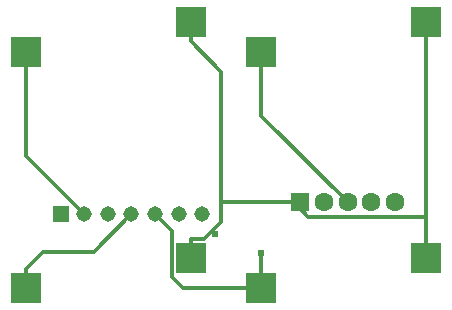
<source format=gbl>
G04 Layer: BottomLayer*
G04 EasyEDA v6.5.47, 2024-10-10 17:33:07*
G04 1afe02ac590648b8963bdaa5cf7a1cf7,02b1cd47abf14eeea88f237cf3128960,10*
G04 Gerber Generator version 0.2*
G04 Scale: 100 percent, Rotated: No, Reflected: No *
G04 Dimensions in millimeters *
G04 leading zeros omitted , absolute positions ,4 integer and 5 decimal *
%FSLAX45Y45*%
%MOMM*%

%AMMACRO1*21,1,$1,$2,0,0,$3*%
%ADD10C,0.3000*%
%ADD11R,2.5500X2.5000*%
%ADD12MACRO1,1.3081X1.3081X-90.0000*%
%ADD13C,1.3081*%
%ADD14MACRO1,1.6X1.6X-90.0000*%
%ADD15C,1.6000*%
%ADD16C,0.6100*%

%LPD*%
D10*
X2423769Y14336110D02*
G01*
X2449093Y14310786D01*
X2247900Y14269714D02*
G01*
X2357374Y14269714D01*
X2423769Y14336110D01*
X2423769Y14336110D02*
G01*
X2505075Y14417415D01*
X2505075Y14579594D01*
X2247900Y14109669D02*
G01*
X2247900Y14269714D01*
X2505075Y14579594D02*
G01*
X2505075Y15686349D01*
X2247900Y15943524D01*
X3059938Y14579594D02*
G01*
X2505075Y14579594D01*
X2247900Y16103569D02*
G01*
X2247900Y15943524D01*
X4241800Y14454931D02*
G01*
X4241800Y16103594D01*
X4241800Y14109669D02*
G01*
X4241800Y14454931D01*
X3117468Y14579594D02*
G01*
X3242132Y14454931D01*
X4241800Y14454931D01*
X3117468Y14579594D02*
G01*
X3059938Y14579594D01*
X3175000Y14579594D02*
G01*
X3117468Y14579594D01*
X850900Y13855669D02*
G01*
X850900Y14015714D01*
X1744598Y14477994D02*
G01*
X1428851Y14162247D01*
X997432Y14162247D01*
X850900Y14015714D01*
X2844800Y14015714D02*
G01*
X2844800Y14150258D01*
X2844800Y13855669D02*
G01*
X2844800Y14015714D01*
X1944598Y14477994D02*
G01*
X2085213Y14337380D01*
X2085213Y13949497D01*
X2179040Y13855669D01*
X2844800Y13855669D01*
X3574999Y14579594D02*
G01*
X2844800Y15309794D01*
X2844800Y15849594D01*
X1344599Y14477994D02*
G01*
X850900Y14971694D01*
X850900Y15849569D01*
D11*
G01*
X850900Y15849574D03*
G01*
X2247900Y16103574D03*
G01*
X2844800Y15849600D03*
G01*
X4241800Y16103600D03*
G01*
X850900Y13855674D03*
G01*
X2247900Y14109674D03*
G01*
X2844800Y13855674D03*
G01*
X4241800Y14109674D03*
D12*
G01*
X1144600Y14478000D03*
D13*
G01*
X1344599Y14478000D03*
G01*
X1544599Y14478000D03*
G01*
X1944598Y14478000D03*
G01*
X1744598Y14478000D03*
G01*
X2144598Y14478000D03*
G01*
X2344597Y14478000D03*
D14*
G01*
X3175000Y14579600D03*
D15*
G01*
X3374999Y14579600D03*
G01*
X3574999Y14579600D03*
G01*
X3774998Y14579600D03*
G01*
X3974998Y14579600D03*
D16*
G01*
X2449093Y14310791D03*
G01*
X2844800Y14150263D03*
M02*

</source>
